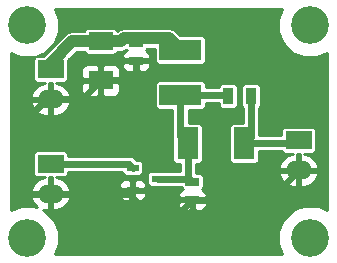
<source format=gtl>
G04 (created by PCBNEW (2013-mar-13)-testing) date Wed 05 Feb 2014 03:02:11 PM CET*
%MOIN*%
G04 Gerber Fmt 3.4, Leading zero omitted, Abs format*
%FSLAX34Y34*%
G01*
G70*
G90*
G04 APERTURE LIST*
%ADD10C,0.005906*%
%ADD11R,0.045000X0.025000*%
%ADD12R,0.086600X0.060000*%
%ADD13O,0.086600X0.060000*%
%ADD14R,0.080000X0.060000*%
%ADD15R,0.140000X0.070000*%
%ADD16R,0.035000X0.055000*%
%ADD17R,0.039400X0.023600*%
%ADD18R,0.070900X0.106300*%
%ADD19C,0.126000*%
%ADD20C,0.039370*%
%ADD21C,0.023622*%
%ADD22C,0.010000*%
G04 APERTURE END LIST*
G54D10*
G54D11*
X55610Y-41137D03*
X55610Y-41737D03*
G54D12*
X61023Y-44381D03*
G54D13*
X61023Y-45381D03*
G54D11*
X57480Y-45762D03*
X57480Y-46362D03*
G54D14*
X54429Y-41082D03*
X54429Y-42382D03*
G54D15*
X57086Y-41375D03*
X57086Y-42875D03*
G54D16*
X58680Y-42913D03*
X59430Y-42913D03*
G54D12*
X52755Y-42019D03*
G54D13*
X52755Y-43019D03*
G54D12*
X52755Y-45169D03*
G54D13*
X52755Y-46169D03*
G54D17*
X55489Y-45294D03*
X56321Y-45669D03*
X55489Y-46044D03*
G54D18*
X57322Y-44488D03*
X59212Y-44488D03*
G54D19*
X51968Y-40551D03*
X61417Y-40551D03*
X51968Y-47637D03*
X61417Y-47637D03*
G54D20*
X52755Y-42019D02*
X52755Y-41811D01*
X52755Y-42019D02*
X52755Y-41811D01*
X56694Y-40984D02*
X57086Y-41375D01*
X55196Y-40984D02*
X56694Y-40984D01*
X55098Y-41082D02*
X55196Y-40984D01*
X53484Y-41082D02*
X55098Y-41082D01*
X52755Y-41811D02*
X53484Y-41082D01*
G54D21*
X52755Y-45169D02*
X55364Y-45169D01*
X55364Y-45169D02*
X55489Y-45294D01*
X55489Y-46044D02*
X55364Y-46169D01*
X52755Y-43019D02*
X52610Y-43019D01*
X52074Y-46169D02*
X52755Y-46169D01*
X51732Y-45826D02*
X52074Y-46169D01*
X51732Y-43897D02*
X51732Y-45826D01*
X52610Y-43019D02*
X51732Y-43897D01*
X52755Y-46169D02*
X55364Y-46169D01*
X55364Y-46169D02*
X56006Y-46811D01*
X56006Y-46811D02*
X57032Y-46811D01*
X57032Y-46811D02*
X57465Y-46377D01*
X57465Y-46377D02*
X60027Y-46377D01*
X60027Y-46377D02*
X61023Y-45381D01*
X52755Y-43019D02*
X53791Y-43019D01*
X55610Y-42066D02*
X55610Y-41737D01*
X55314Y-42362D02*
X55610Y-42066D01*
X54449Y-42362D02*
X55314Y-42362D01*
X53791Y-43019D02*
X54449Y-42362D01*
X59430Y-42913D02*
X59430Y-44270D01*
X59430Y-44270D02*
X59212Y-44488D01*
X59212Y-44488D02*
X60917Y-44488D01*
X60917Y-44488D02*
X61023Y-44381D01*
X57322Y-44488D02*
X57322Y-45605D01*
X57322Y-45605D02*
X57480Y-45762D01*
X56321Y-45669D02*
X57386Y-45669D01*
X57386Y-45669D02*
X57480Y-45762D01*
X57086Y-42875D02*
X57086Y-44252D01*
X57086Y-44252D02*
X57322Y-44488D01*
X57086Y-42875D02*
X58642Y-42875D01*
X58642Y-42875D02*
X58680Y-42913D01*
G54D10*
G36*
X61957Y-46699D02*
X61689Y-46588D01*
X61689Y-45516D01*
X61689Y-45246D01*
X61683Y-45217D01*
X61580Y-45028D01*
X61413Y-44892D01*
X61206Y-44831D01*
X61486Y-44831D01*
X61541Y-44809D01*
X61583Y-44766D01*
X61606Y-44711D01*
X61606Y-44652D01*
X61606Y-44052D01*
X61583Y-43996D01*
X61541Y-43954D01*
X61486Y-43931D01*
X61426Y-43931D01*
X60560Y-43931D01*
X60505Y-43954D01*
X60463Y-43996D01*
X60440Y-44052D01*
X60440Y-44111D01*
X60440Y-44220D01*
X59717Y-44220D01*
X59717Y-43926D01*
X59698Y-43881D01*
X59698Y-43307D01*
X59732Y-43273D01*
X59755Y-43218D01*
X59755Y-43158D01*
X59755Y-42608D01*
X59732Y-42553D01*
X59690Y-42511D01*
X59634Y-42488D01*
X59575Y-42488D01*
X59225Y-42488D01*
X59170Y-42511D01*
X59127Y-42553D01*
X59105Y-42608D01*
X59105Y-42668D01*
X59105Y-43218D01*
X59127Y-43273D01*
X59162Y-43307D01*
X59162Y-43806D01*
X59005Y-43806D01*
X59005Y-43218D01*
X59005Y-43158D01*
X59005Y-42608D01*
X58982Y-42553D01*
X58940Y-42511D01*
X58884Y-42488D01*
X58825Y-42488D01*
X58475Y-42488D01*
X58420Y-42511D01*
X58377Y-42553D01*
X58355Y-42607D01*
X57936Y-42607D01*
X57936Y-42496D01*
X57913Y-42441D01*
X57871Y-42398D01*
X57816Y-42375D01*
X57756Y-42375D01*
X56356Y-42375D01*
X56301Y-42398D01*
X56259Y-42441D01*
X56236Y-42496D01*
X56236Y-42555D01*
X56236Y-43255D01*
X56259Y-43310D01*
X56301Y-43353D01*
X56356Y-43375D01*
X56416Y-43375D01*
X56818Y-43375D01*
X56818Y-43926D01*
X56818Y-43926D01*
X56818Y-43986D01*
X56818Y-45049D01*
X56841Y-45104D01*
X56883Y-45146D01*
X56938Y-45169D01*
X56998Y-45169D01*
X57054Y-45169D01*
X57054Y-45401D01*
X56321Y-45401D01*
X56320Y-45401D01*
X56094Y-45401D01*
X56085Y-45405D01*
X56085Y-41911D01*
X56085Y-41849D01*
X56022Y-41787D01*
X55660Y-41787D01*
X55660Y-42049D01*
X55722Y-42112D01*
X55785Y-42112D01*
X55884Y-42112D01*
X55976Y-42073D01*
X56047Y-42003D01*
X56085Y-41911D01*
X56085Y-45405D01*
X56039Y-45424D01*
X55997Y-45466D01*
X55974Y-45521D01*
X55974Y-45581D01*
X55974Y-45817D01*
X55997Y-45872D01*
X56039Y-45914D01*
X56094Y-45937D01*
X56154Y-45937D01*
X56320Y-45937D01*
X56321Y-45937D01*
X57113Y-45937D01*
X57128Y-45972D01*
X57161Y-46006D01*
X57113Y-46026D01*
X57043Y-46096D01*
X57005Y-46188D01*
X57005Y-46250D01*
X57067Y-46312D01*
X57430Y-46312D01*
X57430Y-46305D01*
X57530Y-46305D01*
X57530Y-46312D01*
X57892Y-46312D01*
X57955Y-46250D01*
X57955Y-46188D01*
X57917Y-46096D01*
X57846Y-46026D01*
X57799Y-46006D01*
X57832Y-45972D01*
X57855Y-45917D01*
X57855Y-45858D01*
X57855Y-45608D01*
X57832Y-45553D01*
X57790Y-45510D01*
X57735Y-45487D01*
X57675Y-45487D01*
X57590Y-45487D01*
X57590Y-45169D01*
X57707Y-45169D01*
X57762Y-45146D01*
X57804Y-45104D01*
X57827Y-45049D01*
X57827Y-44989D01*
X57827Y-43926D01*
X57804Y-43871D01*
X57762Y-43829D01*
X57707Y-43806D01*
X57647Y-43806D01*
X57354Y-43806D01*
X57354Y-43375D01*
X57816Y-43375D01*
X57871Y-43353D01*
X57913Y-43310D01*
X57936Y-43255D01*
X57936Y-43196D01*
X57936Y-43144D01*
X58355Y-43144D01*
X58355Y-43218D01*
X58377Y-43273D01*
X58420Y-43315D01*
X58475Y-43338D01*
X58534Y-43338D01*
X58884Y-43338D01*
X58940Y-43315D01*
X58982Y-43273D01*
X59005Y-43218D01*
X59005Y-43806D01*
X58828Y-43806D01*
X58773Y-43829D01*
X58731Y-43871D01*
X58708Y-43926D01*
X58708Y-43986D01*
X58708Y-45049D01*
X58731Y-45104D01*
X58773Y-45146D01*
X58828Y-45169D01*
X58888Y-45169D01*
X59597Y-45169D01*
X59652Y-45146D01*
X59694Y-45104D01*
X59717Y-45049D01*
X59717Y-44989D01*
X59717Y-44756D01*
X60459Y-44756D01*
X60463Y-44766D01*
X60505Y-44809D01*
X60560Y-44831D01*
X60620Y-44831D01*
X60840Y-44831D01*
X60633Y-44892D01*
X60466Y-45028D01*
X60363Y-45217D01*
X60357Y-45246D01*
X60405Y-45331D01*
X60973Y-45331D01*
X60973Y-44831D01*
X61073Y-44831D01*
X61073Y-45331D01*
X61641Y-45331D01*
X61689Y-45246D01*
X61689Y-45516D01*
X61641Y-45431D01*
X61073Y-45431D01*
X61073Y-45931D01*
X61206Y-45931D01*
X61413Y-45870D01*
X61580Y-45735D01*
X61683Y-45546D01*
X61689Y-45516D01*
X61689Y-46588D01*
X61631Y-46563D01*
X61204Y-46563D01*
X60973Y-46659D01*
X60973Y-45931D01*
X60973Y-45431D01*
X60405Y-45431D01*
X60357Y-45516D01*
X60363Y-45546D01*
X60466Y-45735D01*
X60633Y-45870D01*
X60840Y-45931D01*
X60973Y-45931D01*
X60973Y-46659D01*
X60809Y-46726D01*
X60507Y-47028D01*
X60343Y-47423D01*
X60343Y-47850D01*
X60478Y-48178D01*
X57955Y-48178D01*
X57955Y-46537D01*
X57955Y-46475D01*
X57892Y-46412D01*
X57530Y-46412D01*
X57530Y-46675D01*
X57592Y-46737D01*
X57655Y-46737D01*
X57755Y-46737D01*
X57846Y-46699D01*
X57917Y-46629D01*
X57955Y-46537D01*
X57955Y-48178D01*
X57430Y-48178D01*
X57430Y-46675D01*
X57430Y-46412D01*
X57067Y-46412D01*
X57005Y-46475D01*
X57005Y-46537D01*
X57043Y-46629D01*
X57113Y-46699D01*
X57205Y-46737D01*
X57305Y-46737D01*
X57367Y-46737D01*
X57430Y-46675D01*
X57430Y-48178D01*
X55936Y-48178D01*
X55936Y-46212D01*
X55936Y-46156D01*
X55936Y-45931D01*
X55936Y-45876D01*
X55898Y-45784D01*
X55836Y-45722D01*
X55836Y-45442D01*
X55836Y-45382D01*
X55836Y-45146D01*
X55813Y-45091D01*
X55771Y-45049D01*
X55716Y-45026D01*
X55656Y-45026D01*
X55600Y-45026D01*
X55560Y-44985D01*
X55560Y-42049D01*
X55560Y-41787D01*
X55197Y-41787D01*
X55135Y-41849D01*
X55135Y-41911D01*
X55173Y-42003D01*
X55243Y-42073D01*
X55335Y-42112D01*
X55434Y-42112D01*
X55497Y-42112D01*
X55560Y-42049D01*
X55560Y-44985D01*
X55554Y-44979D01*
X55467Y-44921D01*
X55364Y-44901D01*
X55079Y-44901D01*
X55079Y-42732D01*
X55079Y-42494D01*
X55079Y-42269D01*
X55079Y-42032D01*
X55041Y-41940D01*
X54970Y-41870D01*
X54878Y-41832D01*
X54779Y-41832D01*
X54541Y-41832D01*
X54479Y-41894D01*
X54479Y-42332D01*
X55016Y-42332D01*
X55079Y-42269D01*
X55079Y-42494D01*
X55016Y-42432D01*
X54479Y-42432D01*
X54479Y-42869D01*
X54541Y-42932D01*
X54779Y-42932D01*
X54878Y-42932D01*
X54970Y-42894D01*
X55041Y-42823D01*
X55079Y-42732D01*
X55079Y-44901D01*
X54379Y-44901D01*
X54379Y-42869D01*
X54379Y-42432D01*
X54379Y-42332D01*
X54379Y-41894D01*
X54316Y-41832D01*
X54078Y-41832D01*
X53979Y-41832D01*
X53887Y-41870D01*
X53817Y-41940D01*
X53779Y-42032D01*
X53779Y-42269D01*
X53841Y-42332D01*
X54379Y-42332D01*
X54379Y-42432D01*
X53841Y-42432D01*
X53779Y-42494D01*
X53779Y-42732D01*
X53817Y-42823D01*
X53887Y-42894D01*
X53979Y-42932D01*
X54078Y-42932D01*
X54316Y-42932D01*
X54379Y-42869D01*
X54379Y-44901D01*
X53422Y-44901D01*
X53422Y-43154D01*
X53373Y-43069D01*
X52805Y-43069D01*
X52805Y-43569D01*
X52938Y-43569D01*
X53145Y-43508D01*
X53313Y-43373D01*
X53416Y-43183D01*
X53422Y-43154D01*
X53422Y-44901D01*
X53338Y-44901D01*
X53338Y-44839D01*
X53316Y-44784D01*
X53273Y-44742D01*
X53218Y-44719D01*
X53159Y-44719D01*
X52705Y-44719D01*
X52705Y-43569D01*
X52705Y-43069D01*
X52137Y-43069D01*
X52089Y-43154D01*
X52095Y-43183D01*
X52198Y-43373D01*
X52366Y-43508D01*
X52572Y-43569D01*
X52705Y-43569D01*
X52705Y-44719D01*
X52293Y-44719D01*
X52237Y-44742D01*
X52195Y-44784D01*
X52172Y-44839D01*
X52172Y-44899D01*
X52172Y-45499D01*
X52195Y-45554D01*
X52237Y-45596D01*
X52293Y-45619D01*
X52352Y-45619D01*
X52572Y-45619D01*
X52366Y-45680D01*
X52198Y-45815D01*
X52095Y-46005D01*
X52089Y-46034D01*
X52137Y-46119D01*
X52705Y-46119D01*
X52705Y-45619D01*
X52805Y-45619D01*
X52805Y-46119D01*
X53373Y-46119D01*
X53422Y-46034D01*
X53416Y-46005D01*
X53313Y-45815D01*
X53145Y-45680D01*
X52938Y-45619D01*
X53218Y-45619D01*
X53273Y-45596D01*
X53316Y-45554D01*
X53338Y-45499D01*
X53338Y-45439D01*
X53338Y-45437D01*
X55142Y-45437D01*
X55142Y-45442D01*
X55165Y-45497D01*
X55207Y-45539D01*
X55262Y-45562D01*
X55322Y-45562D01*
X55488Y-45562D01*
X55489Y-45562D01*
X55490Y-45562D01*
X55716Y-45562D01*
X55771Y-45539D01*
X55813Y-45497D01*
X55836Y-45442D01*
X55836Y-45722D01*
X55828Y-45714D01*
X55736Y-45676D01*
X55636Y-45676D01*
X55602Y-45676D01*
X55539Y-45738D01*
X55539Y-45994D01*
X55874Y-45994D01*
X55936Y-45931D01*
X55936Y-46156D01*
X55874Y-46094D01*
X55539Y-46094D01*
X55539Y-46349D01*
X55602Y-46412D01*
X55636Y-46412D01*
X55736Y-46412D01*
X55828Y-46374D01*
X55898Y-46303D01*
X55936Y-46212D01*
X55936Y-48178D01*
X55439Y-48178D01*
X55439Y-46349D01*
X55439Y-46094D01*
X55439Y-45994D01*
X55439Y-45738D01*
X55377Y-45676D01*
X55342Y-45676D01*
X55242Y-45676D01*
X55150Y-45714D01*
X55080Y-45784D01*
X55042Y-45876D01*
X55042Y-45931D01*
X55105Y-45994D01*
X55439Y-45994D01*
X55439Y-46094D01*
X55105Y-46094D01*
X55042Y-46156D01*
X55042Y-46212D01*
X55080Y-46303D01*
X55150Y-46374D01*
X55242Y-46412D01*
X55342Y-46412D01*
X55377Y-46412D01*
X55439Y-46349D01*
X55439Y-48178D01*
X53422Y-48178D01*
X53422Y-46304D01*
X53373Y-46219D01*
X52805Y-46219D01*
X52805Y-46719D01*
X52938Y-46719D01*
X53145Y-46658D01*
X53313Y-46522D01*
X53416Y-46333D01*
X53422Y-46304D01*
X53422Y-48178D01*
X52906Y-48178D01*
X53042Y-47852D01*
X53042Y-47425D01*
X52879Y-47030D01*
X52577Y-46727D01*
X52518Y-46703D01*
X52572Y-46719D01*
X52705Y-46719D01*
X52705Y-46219D01*
X52137Y-46219D01*
X52089Y-46304D01*
X52095Y-46333D01*
X52198Y-46522D01*
X52319Y-46620D01*
X52183Y-46563D01*
X51755Y-46563D01*
X51427Y-46699D01*
X51427Y-41489D01*
X51753Y-41624D01*
X52181Y-41625D01*
X52221Y-41608D01*
X52195Y-41634D01*
X52172Y-41689D01*
X52172Y-41749D01*
X52172Y-42349D01*
X52195Y-42404D01*
X52237Y-42446D01*
X52293Y-42469D01*
X52352Y-42469D01*
X52572Y-42469D01*
X52366Y-42530D01*
X52198Y-42666D01*
X52095Y-42855D01*
X52089Y-42884D01*
X52137Y-42969D01*
X52705Y-42969D01*
X52705Y-42469D01*
X52805Y-42469D01*
X52805Y-42969D01*
X53373Y-42969D01*
X53422Y-42884D01*
X53416Y-42855D01*
X53313Y-42666D01*
X53145Y-42530D01*
X52938Y-42469D01*
X53218Y-42469D01*
X53273Y-42446D01*
X53316Y-42404D01*
X53338Y-42349D01*
X53338Y-42289D01*
X53338Y-41718D01*
X53628Y-41429D01*
X53886Y-41429D01*
X53901Y-41467D01*
X53944Y-41509D01*
X53999Y-41532D01*
X54058Y-41532D01*
X54858Y-41532D01*
X54914Y-41509D01*
X54956Y-41467D01*
X54972Y-41429D01*
X55098Y-41429D01*
X55231Y-41402D01*
X55280Y-41369D01*
X55291Y-41380D01*
X55243Y-41400D01*
X55173Y-41470D01*
X55135Y-41562D01*
X55135Y-41624D01*
X55197Y-41687D01*
X55560Y-41687D01*
X55560Y-41679D01*
X55660Y-41679D01*
X55660Y-41687D01*
X56022Y-41687D01*
X56085Y-41624D01*
X56085Y-41562D01*
X56047Y-41470D01*
X55976Y-41400D01*
X55929Y-41380D01*
X55962Y-41346D01*
X55968Y-41331D01*
X56236Y-41331D01*
X56236Y-41755D01*
X56259Y-41810D01*
X56301Y-41853D01*
X56356Y-41875D01*
X56416Y-41875D01*
X57816Y-41875D01*
X57871Y-41853D01*
X57913Y-41810D01*
X57936Y-41755D01*
X57936Y-41696D01*
X57936Y-40996D01*
X57913Y-40941D01*
X57871Y-40898D01*
X57816Y-40875D01*
X57756Y-40875D01*
X57077Y-40875D01*
X56940Y-40738D01*
X56827Y-40663D01*
X56694Y-40637D01*
X55196Y-40637D01*
X55064Y-40663D01*
X54968Y-40727D01*
X54956Y-40697D01*
X54914Y-40655D01*
X54858Y-40632D01*
X54799Y-40632D01*
X53999Y-40632D01*
X53944Y-40655D01*
X53901Y-40697D01*
X53886Y-40735D01*
X53484Y-40735D01*
X53351Y-40761D01*
X53239Y-40837D01*
X52510Y-41565D01*
X52508Y-41569D01*
X52315Y-41569D01*
X52576Y-41462D01*
X52878Y-41160D01*
X53042Y-40765D01*
X53042Y-40338D01*
X52907Y-40010D01*
X60478Y-40010D01*
X60343Y-40336D01*
X60343Y-40763D01*
X60506Y-41158D01*
X60808Y-41461D01*
X61202Y-41624D01*
X61630Y-41625D01*
X61957Y-41489D01*
X61957Y-46699D01*
X61957Y-46699D01*
G37*
G54D22*
X61957Y-46699D02*
X61689Y-46588D01*
X61689Y-45516D01*
X61689Y-45246D01*
X61683Y-45217D01*
X61580Y-45028D01*
X61413Y-44892D01*
X61206Y-44831D01*
X61486Y-44831D01*
X61541Y-44809D01*
X61583Y-44766D01*
X61606Y-44711D01*
X61606Y-44652D01*
X61606Y-44052D01*
X61583Y-43996D01*
X61541Y-43954D01*
X61486Y-43931D01*
X61426Y-43931D01*
X60560Y-43931D01*
X60505Y-43954D01*
X60463Y-43996D01*
X60440Y-44052D01*
X60440Y-44111D01*
X60440Y-44220D01*
X59717Y-44220D01*
X59717Y-43926D01*
X59698Y-43881D01*
X59698Y-43307D01*
X59732Y-43273D01*
X59755Y-43218D01*
X59755Y-43158D01*
X59755Y-42608D01*
X59732Y-42553D01*
X59690Y-42511D01*
X59634Y-42488D01*
X59575Y-42488D01*
X59225Y-42488D01*
X59170Y-42511D01*
X59127Y-42553D01*
X59105Y-42608D01*
X59105Y-42668D01*
X59105Y-43218D01*
X59127Y-43273D01*
X59162Y-43307D01*
X59162Y-43806D01*
X59005Y-43806D01*
X59005Y-43218D01*
X59005Y-43158D01*
X59005Y-42608D01*
X58982Y-42553D01*
X58940Y-42511D01*
X58884Y-42488D01*
X58825Y-42488D01*
X58475Y-42488D01*
X58420Y-42511D01*
X58377Y-42553D01*
X58355Y-42607D01*
X57936Y-42607D01*
X57936Y-42496D01*
X57913Y-42441D01*
X57871Y-42398D01*
X57816Y-42375D01*
X57756Y-42375D01*
X56356Y-42375D01*
X56301Y-42398D01*
X56259Y-42441D01*
X56236Y-42496D01*
X56236Y-42555D01*
X56236Y-43255D01*
X56259Y-43310D01*
X56301Y-43353D01*
X56356Y-43375D01*
X56416Y-43375D01*
X56818Y-43375D01*
X56818Y-43926D01*
X56818Y-43926D01*
X56818Y-43986D01*
X56818Y-45049D01*
X56841Y-45104D01*
X56883Y-45146D01*
X56938Y-45169D01*
X56998Y-45169D01*
X57054Y-45169D01*
X57054Y-45401D01*
X56321Y-45401D01*
X56320Y-45401D01*
X56094Y-45401D01*
X56085Y-45405D01*
X56085Y-41911D01*
X56085Y-41849D01*
X56022Y-41787D01*
X55660Y-41787D01*
X55660Y-42049D01*
X55722Y-42112D01*
X55785Y-42112D01*
X55884Y-42112D01*
X55976Y-42073D01*
X56047Y-42003D01*
X56085Y-41911D01*
X56085Y-45405D01*
X56039Y-45424D01*
X55997Y-45466D01*
X55974Y-45521D01*
X55974Y-45581D01*
X55974Y-45817D01*
X55997Y-45872D01*
X56039Y-45914D01*
X56094Y-45937D01*
X56154Y-45937D01*
X56320Y-45937D01*
X56321Y-45937D01*
X57113Y-45937D01*
X57128Y-45972D01*
X57161Y-46006D01*
X57113Y-46026D01*
X57043Y-46096D01*
X57005Y-46188D01*
X57005Y-46250D01*
X57067Y-46312D01*
X57430Y-46312D01*
X57430Y-46305D01*
X57530Y-46305D01*
X57530Y-46312D01*
X57892Y-46312D01*
X57955Y-46250D01*
X57955Y-46188D01*
X57917Y-46096D01*
X57846Y-46026D01*
X57799Y-46006D01*
X57832Y-45972D01*
X57855Y-45917D01*
X57855Y-45858D01*
X57855Y-45608D01*
X57832Y-45553D01*
X57790Y-45510D01*
X57735Y-45487D01*
X57675Y-45487D01*
X57590Y-45487D01*
X57590Y-45169D01*
X57707Y-45169D01*
X57762Y-45146D01*
X57804Y-45104D01*
X57827Y-45049D01*
X57827Y-44989D01*
X57827Y-43926D01*
X57804Y-43871D01*
X57762Y-43829D01*
X57707Y-43806D01*
X57647Y-43806D01*
X57354Y-43806D01*
X57354Y-43375D01*
X57816Y-43375D01*
X57871Y-43353D01*
X57913Y-43310D01*
X57936Y-43255D01*
X57936Y-43196D01*
X57936Y-43144D01*
X58355Y-43144D01*
X58355Y-43218D01*
X58377Y-43273D01*
X58420Y-43315D01*
X58475Y-43338D01*
X58534Y-43338D01*
X58884Y-43338D01*
X58940Y-43315D01*
X58982Y-43273D01*
X59005Y-43218D01*
X59005Y-43806D01*
X58828Y-43806D01*
X58773Y-43829D01*
X58731Y-43871D01*
X58708Y-43926D01*
X58708Y-43986D01*
X58708Y-45049D01*
X58731Y-45104D01*
X58773Y-45146D01*
X58828Y-45169D01*
X58888Y-45169D01*
X59597Y-45169D01*
X59652Y-45146D01*
X59694Y-45104D01*
X59717Y-45049D01*
X59717Y-44989D01*
X59717Y-44756D01*
X60459Y-44756D01*
X60463Y-44766D01*
X60505Y-44809D01*
X60560Y-44831D01*
X60620Y-44831D01*
X60840Y-44831D01*
X60633Y-44892D01*
X60466Y-45028D01*
X60363Y-45217D01*
X60357Y-45246D01*
X60405Y-45331D01*
X60973Y-45331D01*
X60973Y-44831D01*
X61073Y-44831D01*
X61073Y-45331D01*
X61641Y-45331D01*
X61689Y-45246D01*
X61689Y-45516D01*
X61641Y-45431D01*
X61073Y-45431D01*
X61073Y-45931D01*
X61206Y-45931D01*
X61413Y-45870D01*
X61580Y-45735D01*
X61683Y-45546D01*
X61689Y-45516D01*
X61689Y-46588D01*
X61631Y-46563D01*
X61204Y-46563D01*
X60973Y-46659D01*
X60973Y-45931D01*
X60973Y-45431D01*
X60405Y-45431D01*
X60357Y-45516D01*
X60363Y-45546D01*
X60466Y-45735D01*
X60633Y-45870D01*
X60840Y-45931D01*
X60973Y-45931D01*
X60973Y-46659D01*
X60809Y-46726D01*
X60507Y-47028D01*
X60343Y-47423D01*
X60343Y-47850D01*
X60478Y-48178D01*
X57955Y-48178D01*
X57955Y-46537D01*
X57955Y-46475D01*
X57892Y-46412D01*
X57530Y-46412D01*
X57530Y-46675D01*
X57592Y-46737D01*
X57655Y-46737D01*
X57755Y-46737D01*
X57846Y-46699D01*
X57917Y-46629D01*
X57955Y-46537D01*
X57955Y-48178D01*
X57430Y-48178D01*
X57430Y-46675D01*
X57430Y-46412D01*
X57067Y-46412D01*
X57005Y-46475D01*
X57005Y-46537D01*
X57043Y-46629D01*
X57113Y-46699D01*
X57205Y-46737D01*
X57305Y-46737D01*
X57367Y-46737D01*
X57430Y-46675D01*
X57430Y-48178D01*
X55936Y-48178D01*
X55936Y-46212D01*
X55936Y-46156D01*
X55936Y-45931D01*
X55936Y-45876D01*
X55898Y-45784D01*
X55836Y-45722D01*
X55836Y-45442D01*
X55836Y-45382D01*
X55836Y-45146D01*
X55813Y-45091D01*
X55771Y-45049D01*
X55716Y-45026D01*
X55656Y-45026D01*
X55600Y-45026D01*
X55560Y-44985D01*
X55560Y-42049D01*
X55560Y-41787D01*
X55197Y-41787D01*
X55135Y-41849D01*
X55135Y-41911D01*
X55173Y-42003D01*
X55243Y-42073D01*
X55335Y-42112D01*
X55434Y-42112D01*
X55497Y-42112D01*
X55560Y-42049D01*
X55560Y-44985D01*
X55554Y-44979D01*
X55467Y-44921D01*
X55364Y-44901D01*
X55079Y-44901D01*
X55079Y-42732D01*
X55079Y-42494D01*
X55079Y-42269D01*
X55079Y-42032D01*
X55041Y-41940D01*
X54970Y-41870D01*
X54878Y-41832D01*
X54779Y-41832D01*
X54541Y-41832D01*
X54479Y-41894D01*
X54479Y-42332D01*
X55016Y-42332D01*
X55079Y-42269D01*
X55079Y-42494D01*
X55016Y-42432D01*
X54479Y-42432D01*
X54479Y-42869D01*
X54541Y-42932D01*
X54779Y-42932D01*
X54878Y-42932D01*
X54970Y-42894D01*
X55041Y-42823D01*
X55079Y-42732D01*
X55079Y-44901D01*
X54379Y-44901D01*
X54379Y-42869D01*
X54379Y-42432D01*
X54379Y-42332D01*
X54379Y-41894D01*
X54316Y-41832D01*
X54078Y-41832D01*
X53979Y-41832D01*
X53887Y-41870D01*
X53817Y-41940D01*
X53779Y-42032D01*
X53779Y-42269D01*
X53841Y-42332D01*
X54379Y-42332D01*
X54379Y-42432D01*
X53841Y-42432D01*
X53779Y-42494D01*
X53779Y-42732D01*
X53817Y-42823D01*
X53887Y-42894D01*
X53979Y-42932D01*
X54078Y-42932D01*
X54316Y-42932D01*
X54379Y-42869D01*
X54379Y-44901D01*
X53422Y-44901D01*
X53422Y-43154D01*
X53373Y-43069D01*
X52805Y-43069D01*
X52805Y-43569D01*
X52938Y-43569D01*
X53145Y-43508D01*
X53313Y-43373D01*
X53416Y-43183D01*
X53422Y-43154D01*
X53422Y-44901D01*
X53338Y-44901D01*
X53338Y-44839D01*
X53316Y-44784D01*
X53273Y-44742D01*
X53218Y-44719D01*
X53159Y-44719D01*
X52705Y-44719D01*
X52705Y-43569D01*
X52705Y-43069D01*
X52137Y-43069D01*
X52089Y-43154D01*
X52095Y-43183D01*
X52198Y-43373D01*
X52366Y-43508D01*
X52572Y-43569D01*
X52705Y-43569D01*
X52705Y-44719D01*
X52293Y-44719D01*
X52237Y-44742D01*
X52195Y-44784D01*
X52172Y-44839D01*
X52172Y-44899D01*
X52172Y-45499D01*
X52195Y-45554D01*
X52237Y-45596D01*
X52293Y-45619D01*
X52352Y-45619D01*
X52572Y-45619D01*
X52366Y-45680D01*
X52198Y-45815D01*
X52095Y-46005D01*
X52089Y-46034D01*
X52137Y-46119D01*
X52705Y-46119D01*
X52705Y-45619D01*
X52805Y-45619D01*
X52805Y-46119D01*
X53373Y-46119D01*
X53422Y-46034D01*
X53416Y-46005D01*
X53313Y-45815D01*
X53145Y-45680D01*
X52938Y-45619D01*
X53218Y-45619D01*
X53273Y-45596D01*
X53316Y-45554D01*
X53338Y-45499D01*
X53338Y-45439D01*
X53338Y-45437D01*
X55142Y-45437D01*
X55142Y-45442D01*
X55165Y-45497D01*
X55207Y-45539D01*
X55262Y-45562D01*
X55322Y-45562D01*
X55488Y-45562D01*
X55489Y-45562D01*
X55490Y-45562D01*
X55716Y-45562D01*
X55771Y-45539D01*
X55813Y-45497D01*
X55836Y-45442D01*
X55836Y-45722D01*
X55828Y-45714D01*
X55736Y-45676D01*
X55636Y-45676D01*
X55602Y-45676D01*
X55539Y-45738D01*
X55539Y-45994D01*
X55874Y-45994D01*
X55936Y-45931D01*
X55936Y-46156D01*
X55874Y-46094D01*
X55539Y-46094D01*
X55539Y-46349D01*
X55602Y-46412D01*
X55636Y-46412D01*
X55736Y-46412D01*
X55828Y-46374D01*
X55898Y-46303D01*
X55936Y-46212D01*
X55936Y-48178D01*
X55439Y-48178D01*
X55439Y-46349D01*
X55439Y-46094D01*
X55439Y-45994D01*
X55439Y-45738D01*
X55377Y-45676D01*
X55342Y-45676D01*
X55242Y-45676D01*
X55150Y-45714D01*
X55080Y-45784D01*
X55042Y-45876D01*
X55042Y-45931D01*
X55105Y-45994D01*
X55439Y-45994D01*
X55439Y-46094D01*
X55105Y-46094D01*
X55042Y-46156D01*
X55042Y-46212D01*
X55080Y-46303D01*
X55150Y-46374D01*
X55242Y-46412D01*
X55342Y-46412D01*
X55377Y-46412D01*
X55439Y-46349D01*
X55439Y-48178D01*
X53422Y-48178D01*
X53422Y-46304D01*
X53373Y-46219D01*
X52805Y-46219D01*
X52805Y-46719D01*
X52938Y-46719D01*
X53145Y-46658D01*
X53313Y-46522D01*
X53416Y-46333D01*
X53422Y-46304D01*
X53422Y-48178D01*
X52906Y-48178D01*
X53042Y-47852D01*
X53042Y-47425D01*
X52879Y-47030D01*
X52577Y-46727D01*
X52518Y-46703D01*
X52572Y-46719D01*
X52705Y-46719D01*
X52705Y-46219D01*
X52137Y-46219D01*
X52089Y-46304D01*
X52095Y-46333D01*
X52198Y-46522D01*
X52319Y-46620D01*
X52183Y-46563D01*
X51755Y-46563D01*
X51427Y-46699D01*
X51427Y-41489D01*
X51753Y-41624D01*
X52181Y-41625D01*
X52221Y-41608D01*
X52195Y-41634D01*
X52172Y-41689D01*
X52172Y-41749D01*
X52172Y-42349D01*
X52195Y-42404D01*
X52237Y-42446D01*
X52293Y-42469D01*
X52352Y-42469D01*
X52572Y-42469D01*
X52366Y-42530D01*
X52198Y-42666D01*
X52095Y-42855D01*
X52089Y-42884D01*
X52137Y-42969D01*
X52705Y-42969D01*
X52705Y-42469D01*
X52805Y-42469D01*
X52805Y-42969D01*
X53373Y-42969D01*
X53422Y-42884D01*
X53416Y-42855D01*
X53313Y-42666D01*
X53145Y-42530D01*
X52938Y-42469D01*
X53218Y-42469D01*
X53273Y-42446D01*
X53316Y-42404D01*
X53338Y-42349D01*
X53338Y-42289D01*
X53338Y-41718D01*
X53628Y-41429D01*
X53886Y-41429D01*
X53901Y-41467D01*
X53944Y-41509D01*
X53999Y-41532D01*
X54058Y-41532D01*
X54858Y-41532D01*
X54914Y-41509D01*
X54956Y-41467D01*
X54972Y-41429D01*
X55098Y-41429D01*
X55231Y-41402D01*
X55280Y-41369D01*
X55291Y-41380D01*
X55243Y-41400D01*
X55173Y-41470D01*
X55135Y-41562D01*
X55135Y-41624D01*
X55197Y-41687D01*
X55560Y-41687D01*
X55560Y-41679D01*
X55660Y-41679D01*
X55660Y-41687D01*
X56022Y-41687D01*
X56085Y-41624D01*
X56085Y-41562D01*
X56047Y-41470D01*
X55976Y-41400D01*
X55929Y-41380D01*
X55962Y-41346D01*
X55968Y-41331D01*
X56236Y-41331D01*
X56236Y-41755D01*
X56259Y-41810D01*
X56301Y-41853D01*
X56356Y-41875D01*
X56416Y-41875D01*
X57816Y-41875D01*
X57871Y-41853D01*
X57913Y-41810D01*
X57936Y-41755D01*
X57936Y-41696D01*
X57936Y-40996D01*
X57913Y-40941D01*
X57871Y-40898D01*
X57816Y-40875D01*
X57756Y-40875D01*
X57077Y-40875D01*
X56940Y-40738D01*
X56827Y-40663D01*
X56694Y-40637D01*
X55196Y-40637D01*
X55064Y-40663D01*
X54968Y-40727D01*
X54956Y-40697D01*
X54914Y-40655D01*
X54858Y-40632D01*
X54799Y-40632D01*
X53999Y-40632D01*
X53944Y-40655D01*
X53901Y-40697D01*
X53886Y-40735D01*
X53484Y-40735D01*
X53351Y-40761D01*
X53239Y-40837D01*
X52510Y-41565D01*
X52508Y-41569D01*
X52315Y-41569D01*
X52576Y-41462D01*
X52878Y-41160D01*
X53042Y-40765D01*
X53042Y-40338D01*
X52907Y-40010D01*
X60478Y-40010D01*
X60343Y-40336D01*
X60343Y-40763D01*
X60506Y-41158D01*
X60808Y-41461D01*
X61202Y-41624D01*
X61630Y-41625D01*
X61957Y-41489D01*
X61957Y-46699D01*
M02*

</source>
